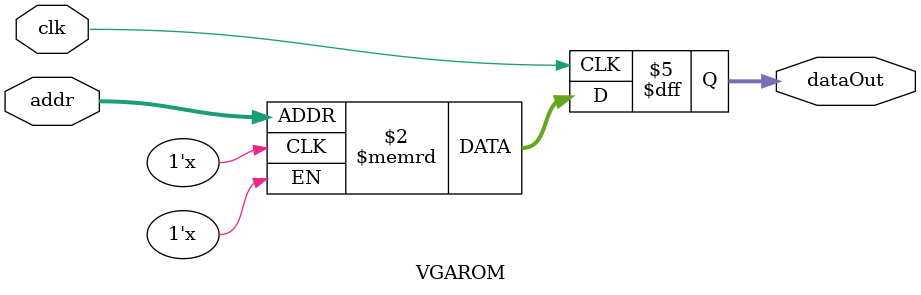
<source format=v>
`timescale 1ns / 1ps
module VGAROM #(parameter DATA_WIDTH = 32, ADDRESS_WIDTH = 12, DEPTH = 4096, MEMFILE = "") (
    input wire                     clk,
    input wire [ADDRESS_WIDTH-1:0] addr,
    output reg [DATA_WIDTH-1:0]    dataOut = 0);
    
    reg[DATA_WIDTH-1:0] MemoryArray[0:DEPTH-1];
    
    initial begin
        if(MEMFILE > 0) begin
            $readmemh(MEMFILE, MemoryArray);
        end
    end
    
    always @(posedge clk) begin
        dataOut <= MemoryArray[addr];
    end
endmodule

</source>
